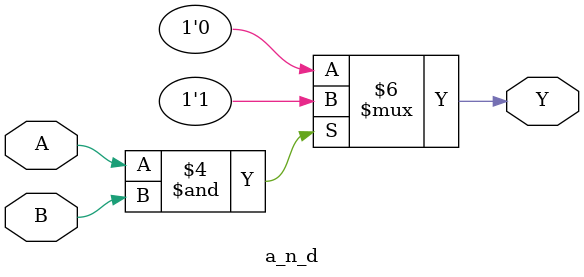
<source format=v>
`timescale 1ns / 1ps
module a_n_d(Y,A, B);
input A,B;
output reg Y;
always @ (A or B) begin
    if (A == 1'b1 & B == 1'b1) begin
        Y = 1'b1;
    end
    else 
        Y = 1'b0; 
end
endmodule

</source>
